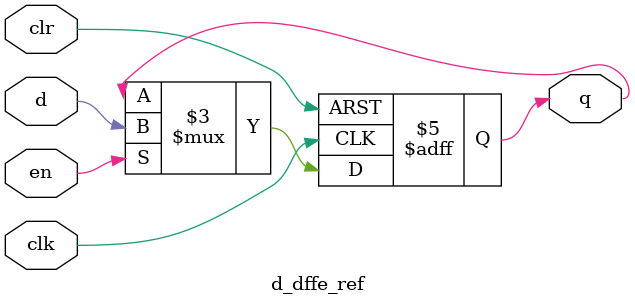
<source format=v>
module d_dffe_ref(q, d, clk, en, clr);
   
   //Inputs
   input d, clk, en, clr;
   
   //Internal wire
   wire clr;

   //Output
   output q;
   
   //Register
   reg q;

   //Intialize q to 0
   initial
   begin
       q = 1'b0;
   end

   //Set value of q on positive edge of the clock or clear
   always @(posedge clk or posedge clr) begin
       //If clear is high, set q to 0
       if (clr) begin
           q <= 1'b0;
       //If enable is high, set q to the value of d
       end else if (en) begin
           q <= d;
       end
   end
endmodule

/*
*/
</source>
